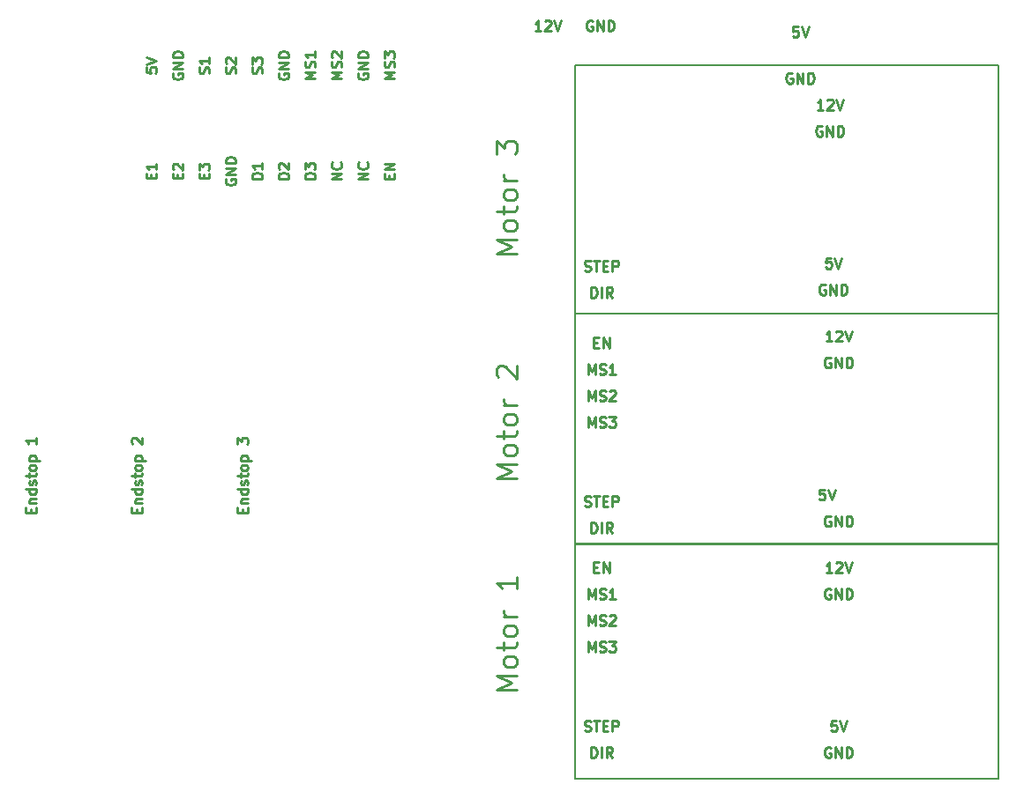
<source format=gbr>
%TF.GenerationSoftware,KiCad,Pcbnew,6.0.11+dfsg-1*%
%TF.CreationDate,2023-07-27T12:15:27+02:00*%
%TF.ProjectId,CartesianRobotElectricalDocs,43617274-6573-4696-916e-526f626f7445,rev?*%
%TF.SameCoordinates,Original*%
%TF.FileFunction,OtherDrawing,Comment*%
%FSLAX46Y46*%
G04 Gerber Fmt 4.6, Leading zero omitted, Abs format (unit mm)*
G04 Created by KiCad (PCBNEW 6.0.11+dfsg-1) date 2023-07-27 12:15:27*
%MOMM*%
%LPD*%
G01*
G04 APERTURE LIST*
%ADD10C,0.250000*%
%ADD11C,0.200000*%
G04 APERTURE END LIST*
D10*
X128198571Y-92471428D02*
X128198571Y-92138095D01*
X128722380Y-91995238D02*
X128722380Y-92471428D01*
X127722380Y-92471428D01*
X127722380Y-91995238D01*
X128055714Y-91566666D02*
X128722380Y-91566666D01*
X128150952Y-91566666D02*
X128103333Y-91519047D01*
X128055714Y-91423809D01*
X128055714Y-91280952D01*
X128103333Y-91185714D01*
X128198571Y-91138095D01*
X128722380Y-91138095D01*
X128722380Y-90233333D02*
X127722380Y-90233333D01*
X128674761Y-90233333D02*
X128722380Y-90328571D01*
X128722380Y-90519047D01*
X128674761Y-90614285D01*
X128627142Y-90661904D01*
X128531904Y-90709523D01*
X128246190Y-90709523D01*
X128150952Y-90661904D01*
X128103333Y-90614285D01*
X128055714Y-90519047D01*
X128055714Y-90328571D01*
X128103333Y-90233333D01*
X128674761Y-89804761D02*
X128722380Y-89709523D01*
X128722380Y-89519047D01*
X128674761Y-89423809D01*
X128579523Y-89376190D01*
X128531904Y-89376190D01*
X128436666Y-89423809D01*
X128389047Y-89519047D01*
X128389047Y-89661904D01*
X128341428Y-89757142D01*
X128246190Y-89804761D01*
X128198571Y-89804761D01*
X128103333Y-89757142D01*
X128055714Y-89661904D01*
X128055714Y-89519047D01*
X128103333Y-89423809D01*
X128055714Y-89090476D02*
X128055714Y-88709523D01*
X127722380Y-88947619D02*
X128579523Y-88947619D01*
X128674761Y-88900000D01*
X128722380Y-88804761D01*
X128722380Y-88709523D01*
X128722380Y-88233333D02*
X128674761Y-88328571D01*
X128627142Y-88376190D01*
X128531904Y-88423809D01*
X128246190Y-88423809D01*
X128150952Y-88376190D01*
X128103333Y-88328571D01*
X128055714Y-88233333D01*
X128055714Y-88090476D01*
X128103333Y-87995238D01*
X128150952Y-87947619D01*
X128246190Y-87900000D01*
X128531904Y-87900000D01*
X128627142Y-87947619D01*
X128674761Y-87995238D01*
X128722380Y-88090476D01*
X128722380Y-88233333D01*
X128055714Y-87471428D02*
X129055714Y-87471428D01*
X128103333Y-87471428D02*
X128055714Y-87376190D01*
X128055714Y-87185714D01*
X128103333Y-87090476D01*
X128150952Y-87042857D01*
X128246190Y-86995238D01*
X128531904Y-86995238D01*
X128627142Y-87042857D01*
X128674761Y-87090476D01*
X128722380Y-87185714D01*
X128722380Y-87376190D01*
X128674761Y-87471428D01*
X127722380Y-85900000D02*
X127722380Y-85280952D01*
X128103333Y-85614285D01*
X128103333Y-85471428D01*
X128150952Y-85376190D01*
X128198571Y-85328571D01*
X128293809Y-85280952D01*
X128531904Y-85280952D01*
X128627142Y-85328571D01*
X128674761Y-85376190D01*
X128722380Y-85471428D01*
X128722380Y-85757142D01*
X128674761Y-85852380D01*
X128627142Y-85900000D01*
X118038571Y-92471428D02*
X118038571Y-92138095D01*
X118562380Y-91995238D02*
X118562380Y-92471428D01*
X117562380Y-92471428D01*
X117562380Y-91995238D01*
X117895714Y-91566666D02*
X118562380Y-91566666D01*
X117990952Y-91566666D02*
X117943333Y-91519047D01*
X117895714Y-91423809D01*
X117895714Y-91280952D01*
X117943333Y-91185714D01*
X118038571Y-91138095D01*
X118562380Y-91138095D01*
X118562380Y-90233333D02*
X117562380Y-90233333D01*
X118514761Y-90233333D02*
X118562380Y-90328571D01*
X118562380Y-90519047D01*
X118514761Y-90614285D01*
X118467142Y-90661904D01*
X118371904Y-90709523D01*
X118086190Y-90709523D01*
X117990952Y-90661904D01*
X117943333Y-90614285D01*
X117895714Y-90519047D01*
X117895714Y-90328571D01*
X117943333Y-90233333D01*
X118514761Y-89804761D02*
X118562380Y-89709523D01*
X118562380Y-89519047D01*
X118514761Y-89423809D01*
X118419523Y-89376190D01*
X118371904Y-89376190D01*
X118276666Y-89423809D01*
X118229047Y-89519047D01*
X118229047Y-89661904D01*
X118181428Y-89757142D01*
X118086190Y-89804761D01*
X118038571Y-89804761D01*
X117943333Y-89757142D01*
X117895714Y-89661904D01*
X117895714Y-89519047D01*
X117943333Y-89423809D01*
X117895714Y-89090476D02*
X117895714Y-88709523D01*
X117562380Y-88947619D02*
X118419523Y-88947619D01*
X118514761Y-88900000D01*
X118562380Y-88804761D01*
X118562380Y-88709523D01*
X118562380Y-88233333D02*
X118514761Y-88328571D01*
X118467142Y-88376190D01*
X118371904Y-88423809D01*
X118086190Y-88423809D01*
X117990952Y-88376190D01*
X117943333Y-88328571D01*
X117895714Y-88233333D01*
X117895714Y-88090476D01*
X117943333Y-87995238D01*
X117990952Y-87947619D01*
X118086190Y-87900000D01*
X118371904Y-87900000D01*
X118467142Y-87947619D01*
X118514761Y-87995238D01*
X118562380Y-88090476D01*
X118562380Y-88233333D01*
X117895714Y-87471428D02*
X118895714Y-87471428D01*
X117943333Y-87471428D02*
X117895714Y-87376190D01*
X117895714Y-87185714D01*
X117943333Y-87090476D01*
X117990952Y-87042857D01*
X118086190Y-86995238D01*
X118371904Y-86995238D01*
X118467142Y-87042857D01*
X118514761Y-87090476D01*
X118562380Y-87185714D01*
X118562380Y-87376190D01*
X118514761Y-87471428D01*
X117657619Y-85852380D02*
X117610000Y-85804761D01*
X117562380Y-85709523D01*
X117562380Y-85471428D01*
X117610000Y-85376190D01*
X117657619Y-85328571D01*
X117752857Y-85280952D01*
X117848095Y-85280952D01*
X117990952Y-85328571D01*
X118562380Y-85900000D01*
X118562380Y-85280952D01*
X107878571Y-92471428D02*
X107878571Y-92138095D01*
X108402380Y-91995238D02*
X108402380Y-92471428D01*
X107402380Y-92471428D01*
X107402380Y-91995238D01*
X107735714Y-91566666D02*
X108402380Y-91566666D01*
X107830952Y-91566666D02*
X107783333Y-91519047D01*
X107735714Y-91423809D01*
X107735714Y-91280952D01*
X107783333Y-91185714D01*
X107878571Y-91138095D01*
X108402380Y-91138095D01*
X108402380Y-90233333D02*
X107402380Y-90233333D01*
X108354761Y-90233333D02*
X108402380Y-90328571D01*
X108402380Y-90519047D01*
X108354761Y-90614285D01*
X108307142Y-90661904D01*
X108211904Y-90709523D01*
X107926190Y-90709523D01*
X107830952Y-90661904D01*
X107783333Y-90614285D01*
X107735714Y-90519047D01*
X107735714Y-90328571D01*
X107783333Y-90233333D01*
X108354761Y-89804761D02*
X108402380Y-89709523D01*
X108402380Y-89519047D01*
X108354761Y-89423809D01*
X108259523Y-89376190D01*
X108211904Y-89376190D01*
X108116666Y-89423809D01*
X108069047Y-89519047D01*
X108069047Y-89661904D01*
X108021428Y-89757142D01*
X107926190Y-89804761D01*
X107878571Y-89804761D01*
X107783333Y-89757142D01*
X107735714Y-89661904D01*
X107735714Y-89519047D01*
X107783333Y-89423809D01*
X107735714Y-89090476D02*
X107735714Y-88709523D01*
X107402380Y-88947619D02*
X108259523Y-88947619D01*
X108354761Y-88900000D01*
X108402380Y-88804761D01*
X108402380Y-88709523D01*
X108402380Y-88233333D02*
X108354761Y-88328571D01*
X108307142Y-88376190D01*
X108211904Y-88423809D01*
X107926190Y-88423809D01*
X107830952Y-88376190D01*
X107783333Y-88328571D01*
X107735714Y-88233333D01*
X107735714Y-88090476D01*
X107783333Y-87995238D01*
X107830952Y-87947619D01*
X107926190Y-87900000D01*
X108211904Y-87900000D01*
X108307142Y-87947619D01*
X108354761Y-87995238D01*
X108402380Y-88090476D01*
X108402380Y-88233333D01*
X107735714Y-87471428D02*
X108735714Y-87471428D01*
X107783333Y-87471428D02*
X107735714Y-87376190D01*
X107735714Y-87185714D01*
X107783333Y-87090476D01*
X107830952Y-87042857D01*
X107926190Y-86995238D01*
X108211904Y-86995238D01*
X108307142Y-87042857D01*
X108354761Y-87090476D01*
X108402380Y-87185714D01*
X108402380Y-87376190D01*
X108354761Y-87471428D01*
X108402380Y-85280952D02*
X108402380Y-85852380D01*
X108402380Y-85566666D02*
X107402380Y-85566666D01*
X107545238Y-85661904D01*
X107640476Y-85757142D01*
X107688095Y-85852380D01*
D11*
X160140000Y-118075000D02*
X200780000Y-118075000D01*
X200780000Y-118075000D02*
X200780000Y-95469000D01*
X200780000Y-95469000D02*
X160140000Y-95469000D01*
X160140000Y-95469000D02*
X160140000Y-118075000D01*
X160140000Y-95519800D02*
X200780000Y-95519800D01*
X200780000Y-95519800D02*
X200780000Y-73371000D01*
X200780000Y-73371000D02*
X160140000Y-73371000D01*
X160140000Y-73371000D02*
X160140000Y-95519800D01*
X160140000Y-73371000D02*
X200780000Y-73371000D01*
X200780000Y-73371000D02*
X200780000Y-49495000D01*
X200780000Y-49495000D02*
X160140000Y-49495000D01*
X160140000Y-49495000D02*
X160140000Y-73371000D01*
D10*
X161060952Y-91844761D02*
X161203809Y-91892380D01*
X161441904Y-91892380D01*
X161537142Y-91844761D01*
X161584761Y-91797142D01*
X161632380Y-91701904D01*
X161632380Y-91606666D01*
X161584761Y-91511428D01*
X161537142Y-91463809D01*
X161441904Y-91416190D01*
X161251428Y-91368571D01*
X161156190Y-91320952D01*
X161108571Y-91273333D01*
X161060952Y-91178095D01*
X161060952Y-91082857D01*
X161108571Y-90987619D01*
X161156190Y-90940000D01*
X161251428Y-90892380D01*
X161489523Y-90892380D01*
X161632380Y-90940000D01*
X161918095Y-90892380D02*
X162489523Y-90892380D01*
X162203809Y-91892380D02*
X162203809Y-90892380D01*
X162822857Y-91368571D02*
X163156190Y-91368571D01*
X163299047Y-91892380D02*
X162822857Y-91892380D01*
X162822857Y-90892380D01*
X163299047Y-90892380D01*
X163727619Y-91892380D02*
X163727619Y-90892380D01*
X164108571Y-90892380D01*
X164203809Y-90940000D01*
X164251428Y-90987619D01*
X164299047Y-91082857D01*
X164299047Y-91225714D01*
X164251428Y-91320952D01*
X164203809Y-91368571D01*
X164108571Y-91416190D01*
X163727619Y-91416190D01*
X130112380Y-60393095D02*
X129112380Y-60393095D01*
X129112380Y-60155000D01*
X129160000Y-60012142D01*
X129255238Y-59916904D01*
X129350476Y-59869285D01*
X129540952Y-59821666D01*
X129683809Y-59821666D01*
X129874285Y-59869285D01*
X129969523Y-59916904D01*
X130064761Y-60012142D01*
X130112380Y-60155000D01*
X130112380Y-60393095D01*
X130112380Y-58869285D02*
X130112380Y-59440714D01*
X130112380Y-59155000D02*
X129112380Y-59155000D01*
X129255238Y-59250238D01*
X129350476Y-59345476D01*
X129398095Y-59440714D01*
X142288571Y-60393095D02*
X142288571Y-60059761D01*
X142812380Y-59916904D02*
X142812380Y-60393095D01*
X141812380Y-60393095D01*
X141812380Y-59916904D01*
X142812380Y-59488333D02*
X141812380Y-59488333D01*
X142812380Y-58916904D01*
X141812380Y-58916904D01*
X161060952Y-113434761D02*
X161203809Y-113482380D01*
X161441904Y-113482380D01*
X161537142Y-113434761D01*
X161584761Y-113387142D01*
X161632380Y-113291904D01*
X161632380Y-113196666D01*
X161584761Y-113101428D01*
X161537142Y-113053809D01*
X161441904Y-113006190D01*
X161251428Y-112958571D01*
X161156190Y-112910952D01*
X161108571Y-112863333D01*
X161060952Y-112768095D01*
X161060952Y-112672857D01*
X161108571Y-112577619D01*
X161156190Y-112530000D01*
X161251428Y-112482380D01*
X161489523Y-112482380D01*
X161632380Y-112530000D01*
X161918095Y-112482380D02*
X162489523Y-112482380D01*
X162203809Y-113482380D02*
X162203809Y-112482380D01*
X162822857Y-112958571D02*
X163156190Y-112958571D01*
X163299047Y-113482380D02*
X162822857Y-113482380D01*
X162822857Y-112482380D01*
X163299047Y-112482380D01*
X163727619Y-113482380D02*
X163727619Y-112482380D01*
X164108571Y-112482380D01*
X164203809Y-112530000D01*
X164251428Y-112577619D01*
X164299047Y-112672857D01*
X164299047Y-112815714D01*
X164251428Y-112910952D01*
X164203809Y-112958571D01*
X164108571Y-113006190D01*
X163727619Y-113006190D01*
X132652380Y-60393095D02*
X131652380Y-60393095D01*
X131652380Y-60155000D01*
X131700000Y-60012142D01*
X131795238Y-59916904D01*
X131890476Y-59869285D01*
X132080952Y-59821666D01*
X132223809Y-59821666D01*
X132414285Y-59869285D01*
X132509523Y-59916904D01*
X132604761Y-60012142D01*
X132652380Y-60155000D01*
X132652380Y-60393095D01*
X131747619Y-59440714D02*
X131700000Y-59393095D01*
X131652380Y-59297857D01*
X131652380Y-59059761D01*
X131700000Y-58964523D01*
X131747619Y-58916904D01*
X131842857Y-58869285D01*
X131938095Y-58869285D01*
X132080952Y-58916904D01*
X132652380Y-59488333D01*
X132652380Y-58869285D01*
X161941904Y-76128571D02*
X162275238Y-76128571D01*
X162418095Y-76652380D02*
X161941904Y-76652380D01*
X161941904Y-75652380D01*
X162418095Y-75652380D01*
X162846666Y-76652380D02*
X162846666Y-75652380D01*
X163418095Y-76652380D01*
X163418095Y-75652380D01*
X184714523Y-67997380D02*
X184238333Y-67997380D01*
X184190714Y-68473571D01*
X184238333Y-68425952D01*
X184333571Y-68378333D01*
X184571666Y-68378333D01*
X184666904Y-68425952D01*
X184714523Y-68473571D01*
X184762142Y-68568809D01*
X184762142Y-68806904D01*
X184714523Y-68902142D01*
X184666904Y-68949761D01*
X184571666Y-68997380D01*
X184333571Y-68997380D01*
X184238333Y-68949761D01*
X184190714Y-68902142D01*
X185047857Y-67997380D02*
X185381190Y-68997380D01*
X185714523Y-67997380D01*
X139320000Y-50256904D02*
X139272380Y-50352142D01*
X139272380Y-50495000D01*
X139320000Y-50637857D01*
X139415238Y-50733095D01*
X139510476Y-50780714D01*
X139700952Y-50828333D01*
X139843809Y-50828333D01*
X140034285Y-50780714D01*
X140129523Y-50733095D01*
X140224761Y-50637857D01*
X140272380Y-50495000D01*
X140272380Y-50399761D01*
X140224761Y-50256904D01*
X140177142Y-50209285D01*
X139843809Y-50209285D01*
X139843809Y-50399761D01*
X140272380Y-49780714D02*
X139272380Y-49780714D01*
X140272380Y-49209285D01*
X139272380Y-49209285D01*
X140272380Y-48733095D02*
X139272380Y-48733095D01*
X139272380Y-48495000D01*
X139320000Y-48352142D01*
X139415238Y-48256904D01*
X139510476Y-48209285D01*
X139700952Y-48161666D01*
X139843809Y-48161666D01*
X140034285Y-48209285D01*
X140129523Y-48256904D01*
X140224761Y-48352142D01*
X140272380Y-48495000D01*
X140272380Y-48733095D01*
X183965952Y-53757380D02*
X183394523Y-53757380D01*
X183680238Y-53757380D02*
X183680238Y-52757380D01*
X183585000Y-52900238D01*
X183489761Y-52995476D01*
X183394523Y-53043095D01*
X184346904Y-52852619D02*
X184394523Y-52805000D01*
X184489761Y-52757380D01*
X184727857Y-52757380D01*
X184823095Y-52805000D01*
X184870714Y-52852619D01*
X184918333Y-52947857D01*
X184918333Y-53043095D01*
X184870714Y-53185952D01*
X184299285Y-53757380D01*
X184918333Y-53757380D01*
X185204047Y-52757380D02*
X185537380Y-53757380D01*
X185870714Y-52757380D01*
X124984761Y-50256904D02*
X125032380Y-50114047D01*
X125032380Y-49875952D01*
X124984761Y-49780714D01*
X124937142Y-49733095D01*
X124841904Y-49685476D01*
X124746666Y-49685476D01*
X124651428Y-49733095D01*
X124603809Y-49780714D01*
X124556190Y-49875952D01*
X124508571Y-50066428D01*
X124460952Y-50161666D01*
X124413333Y-50209285D01*
X124318095Y-50256904D01*
X124222857Y-50256904D01*
X124127619Y-50209285D01*
X124080000Y-50161666D01*
X124032380Y-50066428D01*
X124032380Y-49828333D01*
X124080000Y-49685476D01*
X125032380Y-48733095D02*
X125032380Y-49304523D01*
X125032380Y-49018809D02*
X124032380Y-49018809D01*
X124175238Y-49114047D01*
X124270476Y-49209285D01*
X124318095Y-49304523D01*
X121540000Y-50256904D02*
X121492380Y-50352142D01*
X121492380Y-50495000D01*
X121540000Y-50637857D01*
X121635238Y-50733095D01*
X121730476Y-50780714D01*
X121920952Y-50828333D01*
X122063809Y-50828333D01*
X122254285Y-50780714D01*
X122349523Y-50733095D01*
X122444761Y-50637857D01*
X122492380Y-50495000D01*
X122492380Y-50399761D01*
X122444761Y-50256904D01*
X122397142Y-50209285D01*
X122063809Y-50209285D01*
X122063809Y-50399761D01*
X122492380Y-49780714D02*
X121492380Y-49780714D01*
X122492380Y-49209285D01*
X121492380Y-49209285D01*
X122492380Y-48733095D02*
X121492380Y-48733095D01*
X121492380Y-48495000D01*
X121540000Y-48352142D01*
X121635238Y-48256904D01*
X121730476Y-48209285D01*
X121920952Y-48161666D01*
X122063809Y-48161666D01*
X122254285Y-48209285D01*
X122349523Y-48256904D01*
X122444761Y-48352142D01*
X122492380Y-48495000D01*
X122492380Y-48733095D01*
X161394285Y-100782380D02*
X161394285Y-99782380D01*
X161727619Y-100496666D01*
X162060952Y-99782380D01*
X162060952Y-100782380D01*
X162489523Y-100734761D02*
X162632380Y-100782380D01*
X162870476Y-100782380D01*
X162965714Y-100734761D01*
X163013333Y-100687142D01*
X163060952Y-100591904D01*
X163060952Y-100496666D01*
X163013333Y-100401428D01*
X162965714Y-100353809D01*
X162870476Y-100306190D01*
X162680000Y-100258571D01*
X162584761Y-100210952D01*
X162537142Y-100163333D01*
X162489523Y-100068095D01*
X162489523Y-99972857D01*
X162537142Y-99877619D01*
X162584761Y-99830000D01*
X162680000Y-99782380D01*
X162918095Y-99782380D01*
X163060952Y-99830000D01*
X164013333Y-100782380D02*
X163441904Y-100782380D01*
X163727619Y-100782380D02*
X163727619Y-99782380D01*
X163632380Y-99925238D01*
X163537142Y-100020476D01*
X163441904Y-100068095D01*
X184658095Y-115070000D02*
X184562857Y-115022380D01*
X184420000Y-115022380D01*
X184277142Y-115070000D01*
X184181904Y-115165238D01*
X184134285Y-115260476D01*
X184086666Y-115450952D01*
X184086666Y-115593809D01*
X184134285Y-115784285D01*
X184181904Y-115879523D01*
X184277142Y-115974761D01*
X184420000Y-116022380D01*
X184515238Y-116022380D01*
X184658095Y-115974761D01*
X184705714Y-115927142D01*
X184705714Y-115593809D01*
X184515238Y-115593809D01*
X185134285Y-116022380D02*
X185134285Y-115022380D01*
X185705714Y-116022380D01*
X185705714Y-115022380D01*
X186181904Y-116022380D02*
X186181904Y-115022380D01*
X186420000Y-115022380D01*
X186562857Y-115070000D01*
X186658095Y-115165238D01*
X186705714Y-115260476D01*
X186753333Y-115450952D01*
X186753333Y-115593809D01*
X186705714Y-115784285D01*
X186658095Y-115879523D01*
X186562857Y-115974761D01*
X186420000Y-116022380D01*
X186181904Y-116022380D01*
X161798095Y-45220000D02*
X161702857Y-45172380D01*
X161560000Y-45172380D01*
X161417142Y-45220000D01*
X161321904Y-45315238D01*
X161274285Y-45410476D01*
X161226666Y-45600952D01*
X161226666Y-45743809D01*
X161274285Y-45934285D01*
X161321904Y-46029523D01*
X161417142Y-46124761D01*
X161560000Y-46172380D01*
X161655238Y-46172380D01*
X161798095Y-46124761D01*
X161845714Y-46077142D01*
X161845714Y-45743809D01*
X161655238Y-45743809D01*
X162274285Y-46172380D02*
X162274285Y-45172380D01*
X162845714Y-46172380D01*
X162845714Y-45172380D01*
X163321904Y-46172380D02*
X163321904Y-45172380D01*
X163560000Y-45172380D01*
X163702857Y-45220000D01*
X163798095Y-45315238D01*
X163845714Y-45410476D01*
X163893333Y-45600952D01*
X163893333Y-45743809D01*
X163845714Y-45934285D01*
X163798095Y-46029523D01*
X163702857Y-46124761D01*
X163560000Y-46172380D01*
X163321904Y-46172380D01*
X161680000Y-94432380D02*
X161680000Y-93432380D01*
X161918095Y-93432380D01*
X162060952Y-93480000D01*
X162156190Y-93575238D01*
X162203809Y-93670476D01*
X162251428Y-93860952D01*
X162251428Y-94003809D01*
X162203809Y-94194285D01*
X162156190Y-94289523D01*
X162060952Y-94384761D01*
X161918095Y-94432380D01*
X161680000Y-94432380D01*
X162680000Y-94432380D02*
X162680000Y-93432380D01*
X163727619Y-94432380D02*
X163394285Y-93956190D01*
X163156190Y-94432380D02*
X163156190Y-93432380D01*
X163537142Y-93432380D01*
X163632380Y-93480000D01*
X163680000Y-93527619D01*
X163727619Y-93622857D01*
X163727619Y-93765714D01*
X163680000Y-93860952D01*
X163632380Y-93908571D01*
X163537142Y-93956190D01*
X163156190Y-93956190D01*
X156860952Y-46172380D02*
X156289523Y-46172380D01*
X156575238Y-46172380D02*
X156575238Y-45172380D01*
X156480000Y-45315238D01*
X156384761Y-45410476D01*
X156289523Y-45458095D01*
X157241904Y-45267619D02*
X157289523Y-45220000D01*
X157384761Y-45172380D01*
X157622857Y-45172380D01*
X157718095Y-45220000D01*
X157765714Y-45267619D01*
X157813333Y-45362857D01*
X157813333Y-45458095D01*
X157765714Y-45600952D01*
X157194285Y-46172380D01*
X157813333Y-46172380D01*
X158099047Y-45172380D02*
X158432380Y-46172380D01*
X158765714Y-45172380D01*
X154574761Y-89200952D02*
X152574761Y-89200952D01*
X154003333Y-88534285D01*
X152574761Y-87867619D01*
X154574761Y-87867619D01*
X154574761Y-86629523D02*
X154479523Y-86820000D01*
X154384285Y-86915238D01*
X154193809Y-87010476D01*
X153622380Y-87010476D01*
X153431904Y-86915238D01*
X153336666Y-86820000D01*
X153241428Y-86629523D01*
X153241428Y-86343809D01*
X153336666Y-86153333D01*
X153431904Y-86058095D01*
X153622380Y-85962857D01*
X154193809Y-85962857D01*
X154384285Y-86058095D01*
X154479523Y-86153333D01*
X154574761Y-86343809D01*
X154574761Y-86629523D01*
X153241428Y-85391428D02*
X153241428Y-84629523D01*
X152574761Y-85105714D02*
X154289047Y-85105714D01*
X154479523Y-85010476D01*
X154574761Y-84820000D01*
X154574761Y-84629523D01*
X154574761Y-83677142D02*
X154479523Y-83867619D01*
X154384285Y-83962857D01*
X154193809Y-84058095D01*
X153622380Y-84058095D01*
X153431904Y-83962857D01*
X153336666Y-83867619D01*
X153241428Y-83677142D01*
X153241428Y-83391428D01*
X153336666Y-83200952D01*
X153431904Y-83105714D01*
X153622380Y-83010476D01*
X154193809Y-83010476D01*
X154384285Y-83105714D01*
X154479523Y-83200952D01*
X154574761Y-83391428D01*
X154574761Y-83677142D01*
X154574761Y-82153333D02*
X153241428Y-82153333D01*
X153622380Y-82153333D02*
X153431904Y-82058095D01*
X153336666Y-81962857D01*
X153241428Y-81772380D01*
X153241428Y-81581904D01*
X152765238Y-79486666D02*
X152670000Y-79391428D01*
X152574761Y-79200952D01*
X152574761Y-78724761D01*
X152670000Y-78534285D01*
X152765238Y-78439047D01*
X152955714Y-78343809D01*
X153146190Y-78343809D01*
X153431904Y-78439047D01*
X154574761Y-79581904D01*
X154574761Y-78343809D01*
X184800952Y-98242380D02*
X184229523Y-98242380D01*
X184515238Y-98242380D02*
X184515238Y-97242380D01*
X184420000Y-97385238D01*
X184324761Y-97480476D01*
X184229523Y-97528095D01*
X185181904Y-97337619D02*
X185229523Y-97290000D01*
X185324761Y-97242380D01*
X185562857Y-97242380D01*
X185658095Y-97290000D01*
X185705714Y-97337619D01*
X185753333Y-97432857D01*
X185753333Y-97528095D01*
X185705714Y-97670952D01*
X185134285Y-98242380D01*
X185753333Y-98242380D01*
X186039047Y-97242380D02*
X186372380Y-98242380D01*
X186705714Y-97242380D01*
X161680000Y-71806380D02*
X161680000Y-70806380D01*
X161918095Y-70806380D01*
X162060952Y-70854000D01*
X162156190Y-70949238D01*
X162203809Y-71044476D01*
X162251428Y-71234952D01*
X162251428Y-71377809D01*
X162203809Y-71568285D01*
X162156190Y-71663523D01*
X162060952Y-71758761D01*
X161918095Y-71806380D01*
X161680000Y-71806380D01*
X162680000Y-71806380D02*
X162680000Y-70806380D01*
X163727619Y-71806380D02*
X163394285Y-71330190D01*
X163156190Y-71806380D02*
X163156190Y-70806380D01*
X163537142Y-70806380D01*
X163632380Y-70854000D01*
X163680000Y-70901619D01*
X163727619Y-70996857D01*
X163727619Y-71139714D01*
X163680000Y-71234952D01*
X163632380Y-71282571D01*
X163537142Y-71330190D01*
X163156190Y-71330190D01*
X161394285Y-79192380D02*
X161394285Y-78192380D01*
X161727619Y-78906666D01*
X162060952Y-78192380D01*
X162060952Y-79192380D01*
X162489523Y-79144761D02*
X162632380Y-79192380D01*
X162870476Y-79192380D01*
X162965714Y-79144761D01*
X163013333Y-79097142D01*
X163060952Y-79001904D01*
X163060952Y-78906666D01*
X163013333Y-78811428D01*
X162965714Y-78763809D01*
X162870476Y-78716190D01*
X162680000Y-78668571D01*
X162584761Y-78620952D01*
X162537142Y-78573333D01*
X162489523Y-78478095D01*
X162489523Y-78382857D01*
X162537142Y-78287619D01*
X162584761Y-78240000D01*
X162680000Y-78192380D01*
X162918095Y-78192380D01*
X163060952Y-78240000D01*
X164013333Y-79192380D02*
X163441904Y-79192380D01*
X163727619Y-79192380D02*
X163727619Y-78192380D01*
X163632380Y-78335238D01*
X163537142Y-78430476D01*
X163441904Y-78478095D01*
X119428571Y-60345476D02*
X119428571Y-60012142D01*
X119952380Y-59869285D02*
X119952380Y-60345476D01*
X118952380Y-60345476D01*
X118952380Y-59869285D01*
X119952380Y-58916904D02*
X119952380Y-59488333D01*
X119952380Y-59202619D02*
X118952380Y-59202619D01*
X119095238Y-59297857D01*
X119190476Y-59393095D01*
X119238095Y-59488333D01*
X161680000Y-116022380D02*
X161680000Y-115022380D01*
X161918095Y-115022380D01*
X162060952Y-115070000D01*
X162156190Y-115165238D01*
X162203809Y-115260476D01*
X162251428Y-115450952D01*
X162251428Y-115593809D01*
X162203809Y-115784285D01*
X162156190Y-115879523D01*
X162060952Y-115974761D01*
X161918095Y-116022380D01*
X161680000Y-116022380D01*
X162680000Y-116022380D02*
X162680000Y-115022380D01*
X163727619Y-116022380D02*
X163394285Y-115546190D01*
X163156190Y-116022380D02*
X163156190Y-115022380D01*
X163537142Y-115022380D01*
X163632380Y-115070000D01*
X163680000Y-115117619D01*
X163727619Y-115212857D01*
X163727619Y-115355714D01*
X163680000Y-115450952D01*
X163632380Y-115498571D01*
X163537142Y-115546190D01*
X163156190Y-115546190D01*
X131700000Y-50256904D02*
X131652380Y-50352142D01*
X131652380Y-50495000D01*
X131700000Y-50637857D01*
X131795238Y-50733095D01*
X131890476Y-50780714D01*
X132080952Y-50828333D01*
X132223809Y-50828333D01*
X132414285Y-50780714D01*
X132509523Y-50733095D01*
X132604761Y-50637857D01*
X132652380Y-50495000D01*
X132652380Y-50399761D01*
X132604761Y-50256904D01*
X132557142Y-50209285D01*
X132223809Y-50209285D01*
X132223809Y-50399761D01*
X132652380Y-49780714D02*
X131652380Y-49780714D01*
X132652380Y-49209285D01*
X131652380Y-49209285D01*
X132652380Y-48733095D02*
X131652380Y-48733095D01*
X131652380Y-48495000D01*
X131700000Y-48352142D01*
X131795238Y-48256904D01*
X131890476Y-48209285D01*
X132080952Y-48161666D01*
X132223809Y-48161666D01*
X132414285Y-48209285D01*
X132509523Y-48256904D01*
X132604761Y-48352142D01*
X132652380Y-48495000D01*
X132652380Y-48733095D01*
X161060952Y-69218761D02*
X161203809Y-69266380D01*
X161441904Y-69266380D01*
X161537142Y-69218761D01*
X161584761Y-69171142D01*
X161632380Y-69075904D01*
X161632380Y-68980666D01*
X161584761Y-68885428D01*
X161537142Y-68837809D01*
X161441904Y-68790190D01*
X161251428Y-68742571D01*
X161156190Y-68694952D01*
X161108571Y-68647333D01*
X161060952Y-68552095D01*
X161060952Y-68456857D01*
X161108571Y-68361619D01*
X161156190Y-68314000D01*
X161251428Y-68266380D01*
X161489523Y-68266380D01*
X161632380Y-68314000D01*
X161918095Y-68266380D02*
X162489523Y-68266380D01*
X162203809Y-69266380D02*
X162203809Y-68266380D01*
X162822857Y-68742571D02*
X163156190Y-68742571D01*
X163299047Y-69266380D02*
X162822857Y-69266380D01*
X162822857Y-68266380D01*
X163299047Y-68266380D01*
X163727619Y-69266380D02*
X163727619Y-68266380D01*
X164108571Y-68266380D01*
X164203809Y-68314000D01*
X164251428Y-68361619D01*
X164299047Y-68456857D01*
X164299047Y-68599714D01*
X164251428Y-68694952D01*
X164203809Y-68742571D01*
X164108571Y-68790190D01*
X163727619Y-68790190D01*
X140272380Y-60440714D02*
X139272380Y-60440714D01*
X140272380Y-59869285D01*
X139272380Y-59869285D01*
X140177142Y-58821666D02*
X140224761Y-58869285D01*
X140272380Y-59012142D01*
X140272380Y-59107380D01*
X140224761Y-59250238D01*
X140129523Y-59345476D01*
X140034285Y-59393095D01*
X139843809Y-59440714D01*
X139700952Y-59440714D01*
X139510476Y-59393095D01*
X139415238Y-59345476D01*
X139320000Y-59250238D01*
X139272380Y-59107380D01*
X139272380Y-59012142D01*
X139320000Y-58869285D01*
X139367619Y-58821666D01*
X130064761Y-50256904D02*
X130112380Y-50114047D01*
X130112380Y-49875952D01*
X130064761Y-49780714D01*
X130017142Y-49733095D01*
X129921904Y-49685476D01*
X129826666Y-49685476D01*
X129731428Y-49733095D01*
X129683809Y-49780714D01*
X129636190Y-49875952D01*
X129588571Y-50066428D01*
X129540952Y-50161666D01*
X129493333Y-50209285D01*
X129398095Y-50256904D01*
X129302857Y-50256904D01*
X129207619Y-50209285D01*
X129160000Y-50161666D01*
X129112380Y-50066428D01*
X129112380Y-49828333D01*
X129160000Y-49685476D01*
X129112380Y-49352142D02*
X129112380Y-48733095D01*
X129493333Y-49066428D01*
X129493333Y-48923571D01*
X129540952Y-48828333D01*
X129588571Y-48780714D01*
X129683809Y-48733095D01*
X129921904Y-48733095D01*
X130017142Y-48780714D01*
X130064761Y-48828333D01*
X130112380Y-48923571D01*
X130112380Y-49209285D01*
X130064761Y-49304523D01*
X130017142Y-49352142D01*
X161394285Y-81732380D02*
X161394285Y-80732380D01*
X161727619Y-81446666D01*
X162060952Y-80732380D01*
X162060952Y-81732380D01*
X162489523Y-81684761D02*
X162632380Y-81732380D01*
X162870476Y-81732380D01*
X162965714Y-81684761D01*
X163013333Y-81637142D01*
X163060952Y-81541904D01*
X163060952Y-81446666D01*
X163013333Y-81351428D01*
X162965714Y-81303809D01*
X162870476Y-81256190D01*
X162680000Y-81208571D01*
X162584761Y-81160952D01*
X162537142Y-81113333D01*
X162489523Y-81018095D01*
X162489523Y-80922857D01*
X162537142Y-80827619D01*
X162584761Y-80780000D01*
X162680000Y-80732380D01*
X162918095Y-80732380D01*
X163060952Y-80780000D01*
X163441904Y-80827619D02*
X163489523Y-80780000D01*
X163584761Y-80732380D01*
X163822857Y-80732380D01*
X163918095Y-80780000D01*
X163965714Y-80827619D01*
X164013333Y-80922857D01*
X164013333Y-81018095D01*
X163965714Y-81160952D01*
X163394285Y-81732380D01*
X164013333Y-81732380D01*
X154574761Y-109520952D02*
X152574761Y-109520952D01*
X154003333Y-108854285D01*
X152574761Y-108187619D01*
X154574761Y-108187619D01*
X154574761Y-106949523D02*
X154479523Y-107140000D01*
X154384285Y-107235238D01*
X154193809Y-107330476D01*
X153622380Y-107330476D01*
X153431904Y-107235238D01*
X153336666Y-107140000D01*
X153241428Y-106949523D01*
X153241428Y-106663809D01*
X153336666Y-106473333D01*
X153431904Y-106378095D01*
X153622380Y-106282857D01*
X154193809Y-106282857D01*
X154384285Y-106378095D01*
X154479523Y-106473333D01*
X154574761Y-106663809D01*
X154574761Y-106949523D01*
X153241428Y-105711428D02*
X153241428Y-104949523D01*
X152574761Y-105425714D02*
X154289047Y-105425714D01*
X154479523Y-105330476D01*
X154574761Y-105140000D01*
X154574761Y-104949523D01*
X154574761Y-103997142D02*
X154479523Y-104187619D01*
X154384285Y-104282857D01*
X154193809Y-104378095D01*
X153622380Y-104378095D01*
X153431904Y-104282857D01*
X153336666Y-104187619D01*
X153241428Y-103997142D01*
X153241428Y-103711428D01*
X153336666Y-103520952D01*
X153431904Y-103425714D01*
X153622380Y-103330476D01*
X154193809Y-103330476D01*
X154384285Y-103425714D01*
X154479523Y-103520952D01*
X154574761Y-103711428D01*
X154574761Y-103997142D01*
X154574761Y-102473333D02*
X153241428Y-102473333D01*
X153622380Y-102473333D02*
X153431904Y-102378095D01*
X153336666Y-102282857D01*
X153241428Y-102092380D01*
X153241428Y-101901904D01*
X154574761Y-98663809D02*
X154574761Y-99806666D01*
X154574761Y-99235238D02*
X152574761Y-99235238D01*
X152860476Y-99425714D01*
X153050952Y-99616190D01*
X153146190Y-99806666D01*
X161394285Y-103322380D02*
X161394285Y-102322380D01*
X161727619Y-103036666D01*
X162060952Y-102322380D01*
X162060952Y-103322380D01*
X162489523Y-103274761D02*
X162632380Y-103322380D01*
X162870476Y-103322380D01*
X162965714Y-103274761D01*
X163013333Y-103227142D01*
X163060952Y-103131904D01*
X163060952Y-103036666D01*
X163013333Y-102941428D01*
X162965714Y-102893809D01*
X162870476Y-102846190D01*
X162680000Y-102798571D01*
X162584761Y-102750952D01*
X162537142Y-102703333D01*
X162489523Y-102608095D01*
X162489523Y-102512857D01*
X162537142Y-102417619D01*
X162584761Y-102370000D01*
X162680000Y-102322380D01*
X162918095Y-102322380D01*
X163060952Y-102370000D01*
X163441904Y-102417619D02*
X163489523Y-102370000D01*
X163584761Y-102322380D01*
X163822857Y-102322380D01*
X163918095Y-102370000D01*
X163965714Y-102417619D01*
X164013333Y-102512857D01*
X164013333Y-102608095D01*
X163965714Y-102750952D01*
X163394285Y-103322380D01*
X164013333Y-103322380D01*
X124508571Y-60345476D02*
X124508571Y-60012142D01*
X125032380Y-59869285D02*
X125032380Y-60345476D01*
X124032380Y-60345476D01*
X124032380Y-59869285D01*
X124032380Y-59535952D02*
X124032380Y-58916904D01*
X124413333Y-59250238D01*
X124413333Y-59107380D01*
X124460952Y-59012142D01*
X124508571Y-58964523D01*
X124603809Y-58916904D01*
X124841904Y-58916904D01*
X124937142Y-58964523D01*
X124984761Y-59012142D01*
X125032380Y-59107380D01*
X125032380Y-59393095D01*
X124984761Y-59488333D01*
X124937142Y-59535952D01*
X184658095Y-77605000D02*
X184562857Y-77557380D01*
X184420000Y-77557380D01*
X184277142Y-77605000D01*
X184181904Y-77700238D01*
X184134285Y-77795476D01*
X184086666Y-77985952D01*
X184086666Y-78128809D01*
X184134285Y-78319285D01*
X184181904Y-78414523D01*
X184277142Y-78509761D01*
X184420000Y-78557380D01*
X184515238Y-78557380D01*
X184658095Y-78509761D01*
X184705714Y-78462142D01*
X184705714Y-78128809D01*
X184515238Y-78128809D01*
X185134285Y-78557380D02*
X185134285Y-77557380D01*
X185705714Y-78557380D01*
X185705714Y-77557380D01*
X186181904Y-78557380D02*
X186181904Y-77557380D01*
X186420000Y-77557380D01*
X186562857Y-77605000D01*
X186658095Y-77700238D01*
X186705714Y-77795476D01*
X186753333Y-77985952D01*
X186753333Y-78128809D01*
X186705714Y-78319285D01*
X186658095Y-78414523D01*
X186562857Y-78509761D01*
X186420000Y-78557380D01*
X186181904Y-78557380D01*
X135192380Y-60393095D02*
X134192380Y-60393095D01*
X134192380Y-60155000D01*
X134240000Y-60012142D01*
X134335238Y-59916904D01*
X134430476Y-59869285D01*
X134620952Y-59821666D01*
X134763809Y-59821666D01*
X134954285Y-59869285D01*
X135049523Y-59916904D01*
X135144761Y-60012142D01*
X135192380Y-60155000D01*
X135192380Y-60393095D01*
X134192380Y-59488333D02*
X134192380Y-58869285D01*
X134573333Y-59202619D01*
X134573333Y-59059761D01*
X134620952Y-58964523D01*
X134668571Y-58916904D01*
X134763809Y-58869285D01*
X135001904Y-58869285D01*
X135097142Y-58916904D01*
X135144761Y-58964523D01*
X135192380Y-59059761D01*
X135192380Y-59345476D01*
X135144761Y-59440714D01*
X135097142Y-59488333D01*
X185229523Y-112482380D02*
X184753333Y-112482380D01*
X184705714Y-112958571D01*
X184753333Y-112910952D01*
X184848571Y-112863333D01*
X185086666Y-112863333D01*
X185181904Y-112910952D01*
X185229523Y-112958571D01*
X185277142Y-113053809D01*
X185277142Y-113291904D01*
X185229523Y-113387142D01*
X185181904Y-113434761D01*
X185086666Y-113482380D01*
X184848571Y-113482380D01*
X184753333Y-113434761D01*
X184705714Y-113387142D01*
X185562857Y-112482380D02*
X185896190Y-113482380D01*
X186229523Y-112482380D01*
X121968571Y-60345476D02*
X121968571Y-60012142D01*
X122492380Y-59869285D02*
X122492380Y-60345476D01*
X121492380Y-60345476D01*
X121492380Y-59869285D01*
X121587619Y-59488333D02*
X121540000Y-59440714D01*
X121492380Y-59345476D01*
X121492380Y-59107380D01*
X121540000Y-59012142D01*
X121587619Y-58964523D01*
X121682857Y-58916904D01*
X121778095Y-58916904D01*
X121920952Y-58964523D01*
X122492380Y-59535952D01*
X122492380Y-58916904D01*
X127524761Y-50256904D02*
X127572380Y-50114047D01*
X127572380Y-49875952D01*
X127524761Y-49780714D01*
X127477142Y-49733095D01*
X127381904Y-49685476D01*
X127286666Y-49685476D01*
X127191428Y-49733095D01*
X127143809Y-49780714D01*
X127096190Y-49875952D01*
X127048571Y-50066428D01*
X127000952Y-50161666D01*
X126953333Y-50209285D01*
X126858095Y-50256904D01*
X126762857Y-50256904D01*
X126667619Y-50209285D01*
X126620000Y-50161666D01*
X126572380Y-50066428D01*
X126572380Y-49828333D01*
X126620000Y-49685476D01*
X126667619Y-49304523D02*
X126620000Y-49256904D01*
X126572380Y-49161666D01*
X126572380Y-48923571D01*
X126620000Y-48828333D01*
X126667619Y-48780714D01*
X126762857Y-48733095D01*
X126858095Y-48733095D01*
X127000952Y-48780714D01*
X127572380Y-49352142D01*
X127572380Y-48733095D01*
X184658095Y-92845000D02*
X184562857Y-92797380D01*
X184420000Y-92797380D01*
X184277142Y-92845000D01*
X184181904Y-92940238D01*
X184134285Y-93035476D01*
X184086666Y-93225952D01*
X184086666Y-93368809D01*
X184134285Y-93559285D01*
X184181904Y-93654523D01*
X184277142Y-93749761D01*
X184420000Y-93797380D01*
X184515238Y-93797380D01*
X184658095Y-93749761D01*
X184705714Y-93702142D01*
X184705714Y-93368809D01*
X184515238Y-93368809D01*
X185134285Y-93797380D02*
X185134285Y-92797380D01*
X185705714Y-93797380D01*
X185705714Y-92797380D01*
X186181904Y-93797380D02*
X186181904Y-92797380D01*
X186420000Y-92797380D01*
X186562857Y-92845000D01*
X186658095Y-92940238D01*
X186705714Y-93035476D01*
X186753333Y-93225952D01*
X186753333Y-93368809D01*
X186705714Y-93559285D01*
X186658095Y-93654523D01*
X186562857Y-93749761D01*
X186420000Y-93797380D01*
X186181904Y-93797380D01*
X118952380Y-49685476D02*
X118952380Y-50161666D01*
X119428571Y-50209285D01*
X119380952Y-50161666D01*
X119333333Y-50066428D01*
X119333333Y-49828333D01*
X119380952Y-49733095D01*
X119428571Y-49685476D01*
X119523809Y-49637857D01*
X119761904Y-49637857D01*
X119857142Y-49685476D01*
X119904761Y-49733095D01*
X119952380Y-49828333D01*
X119952380Y-50066428D01*
X119904761Y-50161666D01*
X119857142Y-50209285D01*
X118952380Y-49352142D02*
X119952380Y-49018809D01*
X118952380Y-48685476D01*
X184800952Y-76017380D02*
X184229523Y-76017380D01*
X184515238Y-76017380D02*
X184515238Y-75017380D01*
X184420000Y-75160238D01*
X184324761Y-75255476D01*
X184229523Y-75303095D01*
X185181904Y-75112619D02*
X185229523Y-75065000D01*
X185324761Y-75017380D01*
X185562857Y-75017380D01*
X185658095Y-75065000D01*
X185705714Y-75112619D01*
X185753333Y-75207857D01*
X185753333Y-75303095D01*
X185705714Y-75445952D01*
X185134285Y-76017380D01*
X185753333Y-76017380D01*
X186039047Y-75017380D02*
X186372380Y-76017380D01*
X186705714Y-75017380D01*
X126620000Y-60416904D02*
X126572380Y-60512142D01*
X126572380Y-60655000D01*
X126620000Y-60797857D01*
X126715238Y-60893095D01*
X126810476Y-60940714D01*
X127000952Y-60988333D01*
X127143809Y-60988333D01*
X127334285Y-60940714D01*
X127429523Y-60893095D01*
X127524761Y-60797857D01*
X127572380Y-60655000D01*
X127572380Y-60559761D01*
X127524761Y-60416904D01*
X127477142Y-60369285D01*
X127143809Y-60369285D01*
X127143809Y-60559761D01*
X127572380Y-59940714D02*
X126572380Y-59940714D01*
X127572380Y-59369285D01*
X126572380Y-59369285D01*
X127572380Y-58893095D02*
X126572380Y-58893095D01*
X126572380Y-58655000D01*
X126620000Y-58512142D01*
X126715238Y-58416904D01*
X126810476Y-58369285D01*
X127000952Y-58321666D01*
X127143809Y-58321666D01*
X127334285Y-58369285D01*
X127429523Y-58416904D01*
X127524761Y-58512142D01*
X127572380Y-58655000D01*
X127572380Y-58893095D01*
X135192380Y-50780714D02*
X134192380Y-50780714D01*
X134906666Y-50447380D01*
X134192380Y-50114047D01*
X135192380Y-50114047D01*
X135144761Y-49685476D02*
X135192380Y-49542619D01*
X135192380Y-49304523D01*
X135144761Y-49209285D01*
X135097142Y-49161666D01*
X135001904Y-49114047D01*
X134906666Y-49114047D01*
X134811428Y-49161666D01*
X134763809Y-49209285D01*
X134716190Y-49304523D01*
X134668571Y-49495000D01*
X134620952Y-49590238D01*
X134573333Y-49637857D01*
X134478095Y-49685476D01*
X134382857Y-49685476D01*
X134287619Y-49637857D01*
X134240000Y-49590238D01*
X134192380Y-49495000D01*
X134192380Y-49256904D01*
X134240000Y-49114047D01*
X135192380Y-48161666D02*
X135192380Y-48733095D01*
X135192380Y-48447380D02*
X134192380Y-48447380D01*
X134335238Y-48542619D01*
X134430476Y-48637857D01*
X134478095Y-48733095D01*
X184079523Y-90257380D02*
X183603333Y-90257380D01*
X183555714Y-90733571D01*
X183603333Y-90685952D01*
X183698571Y-90638333D01*
X183936666Y-90638333D01*
X184031904Y-90685952D01*
X184079523Y-90733571D01*
X184127142Y-90828809D01*
X184127142Y-91066904D01*
X184079523Y-91162142D01*
X184031904Y-91209761D01*
X183936666Y-91257380D01*
X183698571Y-91257380D01*
X183603333Y-91209761D01*
X183555714Y-91162142D01*
X184412857Y-90257380D02*
X184746190Y-91257380D01*
X185079523Y-90257380D01*
X161394285Y-105862380D02*
X161394285Y-104862380D01*
X161727619Y-105576666D01*
X162060952Y-104862380D01*
X162060952Y-105862380D01*
X162489523Y-105814761D02*
X162632380Y-105862380D01*
X162870476Y-105862380D01*
X162965714Y-105814761D01*
X163013333Y-105767142D01*
X163060952Y-105671904D01*
X163060952Y-105576666D01*
X163013333Y-105481428D01*
X162965714Y-105433809D01*
X162870476Y-105386190D01*
X162680000Y-105338571D01*
X162584761Y-105290952D01*
X162537142Y-105243333D01*
X162489523Y-105148095D01*
X162489523Y-105052857D01*
X162537142Y-104957619D01*
X162584761Y-104910000D01*
X162680000Y-104862380D01*
X162918095Y-104862380D01*
X163060952Y-104910000D01*
X163394285Y-104862380D02*
X164013333Y-104862380D01*
X163680000Y-105243333D01*
X163822857Y-105243333D01*
X163918095Y-105290952D01*
X163965714Y-105338571D01*
X164013333Y-105433809D01*
X164013333Y-105671904D01*
X163965714Y-105767142D01*
X163918095Y-105814761D01*
X163822857Y-105862380D01*
X163537142Y-105862380D01*
X163441904Y-105814761D01*
X163394285Y-105767142D01*
X181539523Y-45772380D02*
X181063333Y-45772380D01*
X181015714Y-46248571D01*
X181063333Y-46200952D01*
X181158571Y-46153333D01*
X181396666Y-46153333D01*
X181491904Y-46200952D01*
X181539523Y-46248571D01*
X181587142Y-46343809D01*
X181587142Y-46581904D01*
X181539523Y-46677142D01*
X181491904Y-46724761D01*
X181396666Y-46772380D01*
X181158571Y-46772380D01*
X181063333Y-46724761D01*
X181015714Y-46677142D01*
X181872857Y-45772380D02*
X182206190Y-46772380D01*
X182539523Y-45772380D01*
X184658095Y-99830000D02*
X184562857Y-99782380D01*
X184420000Y-99782380D01*
X184277142Y-99830000D01*
X184181904Y-99925238D01*
X184134285Y-100020476D01*
X184086666Y-100210952D01*
X184086666Y-100353809D01*
X184134285Y-100544285D01*
X184181904Y-100639523D01*
X184277142Y-100734761D01*
X184420000Y-100782380D01*
X184515238Y-100782380D01*
X184658095Y-100734761D01*
X184705714Y-100687142D01*
X184705714Y-100353809D01*
X184515238Y-100353809D01*
X185134285Y-100782380D02*
X185134285Y-99782380D01*
X185705714Y-100782380D01*
X185705714Y-99782380D01*
X186181904Y-100782380D02*
X186181904Y-99782380D01*
X186420000Y-99782380D01*
X186562857Y-99830000D01*
X186658095Y-99925238D01*
X186705714Y-100020476D01*
X186753333Y-100210952D01*
X186753333Y-100353809D01*
X186705714Y-100544285D01*
X186658095Y-100639523D01*
X186562857Y-100734761D01*
X186420000Y-100782380D01*
X186181904Y-100782380D01*
X180968095Y-50265000D02*
X180872857Y-50217380D01*
X180730000Y-50217380D01*
X180587142Y-50265000D01*
X180491904Y-50360238D01*
X180444285Y-50455476D01*
X180396666Y-50645952D01*
X180396666Y-50788809D01*
X180444285Y-50979285D01*
X180491904Y-51074523D01*
X180587142Y-51169761D01*
X180730000Y-51217380D01*
X180825238Y-51217380D01*
X180968095Y-51169761D01*
X181015714Y-51122142D01*
X181015714Y-50788809D01*
X180825238Y-50788809D01*
X181444285Y-51217380D02*
X181444285Y-50217380D01*
X182015714Y-51217380D01*
X182015714Y-50217380D01*
X182491904Y-51217380D02*
X182491904Y-50217380D01*
X182730000Y-50217380D01*
X182872857Y-50265000D01*
X182968095Y-50360238D01*
X183015714Y-50455476D01*
X183063333Y-50645952D01*
X183063333Y-50788809D01*
X183015714Y-50979285D01*
X182968095Y-51074523D01*
X182872857Y-51169761D01*
X182730000Y-51217380D01*
X182491904Y-51217380D01*
X161941904Y-97718571D02*
X162275238Y-97718571D01*
X162418095Y-98242380D02*
X161941904Y-98242380D01*
X161941904Y-97242380D01*
X162418095Y-97242380D01*
X162846666Y-98242380D02*
X162846666Y-97242380D01*
X163418095Y-98242380D01*
X163418095Y-97242380D01*
X161394285Y-84272380D02*
X161394285Y-83272380D01*
X161727619Y-83986666D01*
X162060952Y-83272380D01*
X162060952Y-84272380D01*
X162489523Y-84224761D02*
X162632380Y-84272380D01*
X162870476Y-84272380D01*
X162965714Y-84224761D01*
X163013333Y-84177142D01*
X163060952Y-84081904D01*
X163060952Y-83986666D01*
X163013333Y-83891428D01*
X162965714Y-83843809D01*
X162870476Y-83796190D01*
X162680000Y-83748571D01*
X162584761Y-83700952D01*
X162537142Y-83653333D01*
X162489523Y-83558095D01*
X162489523Y-83462857D01*
X162537142Y-83367619D01*
X162584761Y-83320000D01*
X162680000Y-83272380D01*
X162918095Y-83272380D01*
X163060952Y-83320000D01*
X163394285Y-83272380D02*
X164013333Y-83272380D01*
X163680000Y-83653333D01*
X163822857Y-83653333D01*
X163918095Y-83700952D01*
X163965714Y-83748571D01*
X164013333Y-83843809D01*
X164013333Y-84081904D01*
X163965714Y-84177142D01*
X163918095Y-84224761D01*
X163822857Y-84272380D01*
X163537142Y-84272380D01*
X163441904Y-84224761D01*
X163394285Y-84177142D01*
X184143095Y-70585000D02*
X184047857Y-70537380D01*
X183905000Y-70537380D01*
X183762142Y-70585000D01*
X183666904Y-70680238D01*
X183619285Y-70775476D01*
X183571666Y-70965952D01*
X183571666Y-71108809D01*
X183619285Y-71299285D01*
X183666904Y-71394523D01*
X183762142Y-71489761D01*
X183905000Y-71537380D01*
X184000238Y-71537380D01*
X184143095Y-71489761D01*
X184190714Y-71442142D01*
X184190714Y-71108809D01*
X184000238Y-71108809D01*
X184619285Y-71537380D02*
X184619285Y-70537380D01*
X185190714Y-71537380D01*
X185190714Y-70537380D01*
X185666904Y-71537380D02*
X185666904Y-70537380D01*
X185905000Y-70537380D01*
X186047857Y-70585000D01*
X186143095Y-70680238D01*
X186190714Y-70775476D01*
X186238333Y-70965952D01*
X186238333Y-71108809D01*
X186190714Y-71299285D01*
X186143095Y-71394523D01*
X186047857Y-71489761D01*
X185905000Y-71537380D01*
X185666904Y-71537380D01*
X137732380Y-50780714D02*
X136732380Y-50780714D01*
X137446666Y-50447380D01*
X136732380Y-50114047D01*
X137732380Y-50114047D01*
X137684761Y-49685476D02*
X137732380Y-49542619D01*
X137732380Y-49304523D01*
X137684761Y-49209285D01*
X137637142Y-49161666D01*
X137541904Y-49114047D01*
X137446666Y-49114047D01*
X137351428Y-49161666D01*
X137303809Y-49209285D01*
X137256190Y-49304523D01*
X137208571Y-49495000D01*
X137160952Y-49590238D01*
X137113333Y-49637857D01*
X137018095Y-49685476D01*
X136922857Y-49685476D01*
X136827619Y-49637857D01*
X136780000Y-49590238D01*
X136732380Y-49495000D01*
X136732380Y-49256904D01*
X136780000Y-49114047D01*
X136827619Y-48733095D02*
X136780000Y-48685476D01*
X136732380Y-48590238D01*
X136732380Y-48352142D01*
X136780000Y-48256904D01*
X136827619Y-48209285D01*
X136922857Y-48161666D01*
X137018095Y-48161666D01*
X137160952Y-48209285D01*
X137732380Y-48780714D01*
X137732380Y-48161666D01*
X137732380Y-60440714D02*
X136732380Y-60440714D01*
X137732380Y-59869285D01*
X136732380Y-59869285D01*
X137637142Y-58821666D02*
X137684761Y-58869285D01*
X137732380Y-59012142D01*
X137732380Y-59107380D01*
X137684761Y-59250238D01*
X137589523Y-59345476D01*
X137494285Y-59393095D01*
X137303809Y-59440714D01*
X137160952Y-59440714D01*
X136970476Y-59393095D01*
X136875238Y-59345476D01*
X136780000Y-59250238D01*
X136732380Y-59107380D01*
X136732380Y-59012142D01*
X136780000Y-58869285D01*
X136827619Y-58821666D01*
X183823095Y-55345000D02*
X183727857Y-55297380D01*
X183585000Y-55297380D01*
X183442142Y-55345000D01*
X183346904Y-55440238D01*
X183299285Y-55535476D01*
X183251666Y-55725952D01*
X183251666Y-55868809D01*
X183299285Y-56059285D01*
X183346904Y-56154523D01*
X183442142Y-56249761D01*
X183585000Y-56297380D01*
X183680238Y-56297380D01*
X183823095Y-56249761D01*
X183870714Y-56202142D01*
X183870714Y-55868809D01*
X183680238Y-55868809D01*
X184299285Y-56297380D02*
X184299285Y-55297380D01*
X184870714Y-56297380D01*
X184870714Y-55297380D01*
X185346904Y-56297380D02*
X185346904Y-55297380D01*
X185585000Y-55297380D01*
X185727857Y-55345000D01*
X185823095Y-55440238D01*
X185870714Y-55535476D01*
X185918333Y-55725952D01*
X185918333Y-55868809D01*
X185870714Y-56059285D01*
X185823095Y-56154523D01*
X185727857Y-56249761D01*
X185585000Y-56297380D01*
X185346904Y-56297380D01*
X154574761Y-67610952D02*
X152574761Y-67610952D01*
X154003333Y-66944285D01*
X152574761Y-66277619D01*
X154574761Y-66277619D01*
X154574761Y-65039523D02*
X154479523Y-65230000D01*
X154384285Y-65325238D01*
X154193809Y-65420476D01*
X153622380Y-65420476D01*
X153431904Y-65325238D01*
X153336666Y-65230000D01*
X153241428Y-65039523D01*
X153241428Y-64753809D01*
X153336666Y-64563333D01*
X153431904Y-64468095D01*
X153622380Y-64372857D01*
X154193809Y-64372857D01*
X154384285Y-64468095D01*
X154479523Y-64563333D01*
X154574761Y-64753809D01*
X154574761Y-65039523D01*
X153241428Y-63801428D02*
X153241428Y-63039523D01*
X152574761Y-63515714D02*
X154289047Y-63515714D01*
X154479523Y-63420476D01*
X154574761Y-63230000D01*
X154574761Y-63039523D01*
X154574761Y-62087142D02*
X154479523Y-62277619D01*
X154384285Y-62372857D01*
X154193809Y-62468095D01*
X153622380Y-62468095D01*
X153431904Y-62372857D01*
X153336666Y-62277619D01*
X153241428Y-62087142D01*
X153241428Y-61801428D01*
X153336666Y-61610952D01*
X153431904Y-61515714D01*
X153622380Y-61420476D01*
X154193809Y-61420476D01*
X154384285Y-61515714D01*
X154479523Y-61610952D01*
X154574761Y-61801428D01*
X154574761Y-62087142D01*
X154574761Y-60563333D02*
X153241428Y-60563333D01*
X153622380Y-60563333D02*
X153431904Y-60468095D01*
X153336666Y-60372857D01*
X153241428Y-60182380D01*
X153241428Y-59991904D01*
X152574761Y-57991904D02*
X152574761Y-56753809D01*
X153336666Y-57420476D01*
X153336666Y-57134761D01*
X153431904Y-56944285D01*
X153527142Y-56849047D01*
X153717619Y-56753809D01*
X154193809Y-56753809D01*
X154384285Y-56849047D01*
X154479523Y-56944285D01*
X154574761Y-57134761D01*
X154574761Y-57706190D01*
X154479523Y-57896666D01*
X154384285Y-57991904D01*
X142812380Y-50780714D02*
X141812380Y-50780714D01*
X142526666Y-50447380D01*
X141812380Y-50114047D01*
X142812380Y-50114047D01*
X142764761Y-49685476D02*
X142812380Y-49542619D01*
X142812380Y-49304523D01*
X142764761Y-49209285D01*
X142717142Y-49161666D01*
X142621904Y-49114047D01*
X142526666Y-49114047D01*
X142431428Y-49161666D01*
X142383809Y-49209285D01*
X142336190Y-49304523D01*
X142288571Y-49495000D01*
X142240952Y-49590238D01*
X142193333Y-49637857D01*
X142098095Y-49685476D01*
X142002857Y-49685476D01*
X141907619Y-49637857D01*
X141860000Y-49590238D01*
X141812380Y-49495000D01*
X141812380Y-49256904D01*
X141860000Y-49114047D01*
X141812380Y-48780714D02*
X141812380Y-48161666D01*
X142193333Y-48495000D01*
X142193333Y-48352142D01*
X142240952Y-48256904D01*
X142288571Y-48209285D01*
X142383809Y-48161666D01*
X142621904Y-48161666D01*
X142717142Y-48209285D01*
X142764761Y-48256904D01*
X142812380Y-48352142D01*
X142812380Y-48637857D01*
X142764761Y-48733095D01*
X142717142Y-48780714D01*
M02*

</source>
